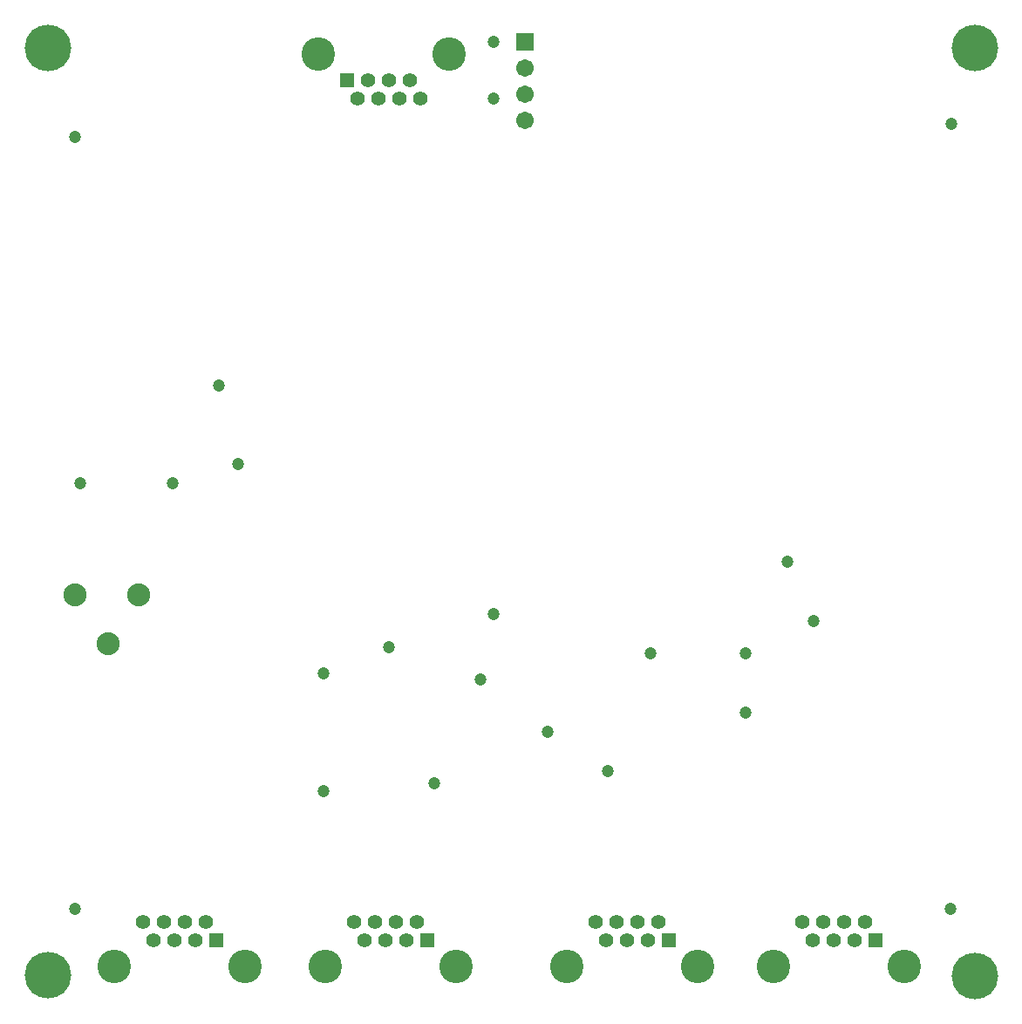
<source format=gbs>
G04*
G04 #@! TF.GenerationSoftware,Altium Limited,Altium Designer,23.7.1 (13)*
G04*
G04 Layer_Color=16711935*
%FSLAX44Y44*%
%MOMM*%
G71*
G04*
G04 #@! TF.SameCoordinates,0BEFCA26-5C96-4926-A50D-4D7A3FA2ED98*
G04*
G04*
G04 #@! TF.FilePolarity,Negative*
G04*
G01*
G75*
%ADD59R,1.7032X1.7032*%
%ADD60C,1.7032*%
%ADD61C,1.3900*%
%ADD62R,1.3900X1.3900*%
%ADD63C,3.2500*%
%ADD64C,2.2352*%
%ADD66C,1.2032*%
%ADD74C,4.5212*%
D59*
X513080Y956033D02*
D03*
D60*
Y930634D02*
D03*
Y905234D02*
D03*
Y879834D02*
D03*
D61*
X411480Y900430D02*
D03*
X401320Y918210D02*
D03*
X391160Y900430D02*
D03*
X381000Y918210D02*
D03*
X370840Y900430D02*
D03*
X360680Y918210D02*
D03*
X350520Y900430D02*
D03*
X843280Y101600D02*
D03*
X833120Y83820D02*
D03*
X822960Y101600D02*
D03*
X812800Y83820D02*
D03*
X802640Y101600D02*
D03*
X792480Y83820D02*
D03*
X782320Y101600D02*
D03*
X642620D02*
D03*
X632460Y83820D02*
D03*
X622300Y101600D02*
D03*
X612140Y83820D02*
D03*
X601980Y101600D02*
D03*
X591820Y83820D02*
D03*
X581660Y101600D02*
D03*
X408250D02*
D03*
X398090Y83820D02*
D03*
X387930Y101600D02*
D03*
X377770Y83820D02*
D03*
X367610Y101600D02*
D03*
X357450Y83820D02*
D03*
X347290Y101600D02*
D03*
X203200D02*
D03*
X193040Y83820D02*
D03*
X182880Y101600D02*
D03*
X172720Y83820D02*
D03*
X162560Y101600D02*
D03*
X152400Y83820D02*
D03*
X142240Y101600D02*
D03*
D62*
X340360Y918210D02*
D03*
X853440Y83820D02*
D03*
X652780D02*
D03*
X418410D02*
D03*
X213360D02*
D03*
D63*
X312420Y943610D02*
D03*
X439420D02*
D03*
X754380Y58420D02*
D03*
X881380D02*
D03*
X553720D02*
D03*
X680720D02*
D03*
X319350D02*
D03*
X446350D02*
D03*
X114300D02*
D03*
X241300D02*
D03*
D64*
X138697Y419100D02*
D03*
X76200Y419100D02*
D03*
X108699Y371602D02*
D03*
D66*
X482600Y955244D02*
D03*
Y900430D02*
D03*
X81280Y527050D02*
D03*
X171450D02*
D03*
X926410Y114300D02*
D03*
X76200D02*
D03*
Y863600D02*
D03*
X927317Y876300D02*
D03*
X768350Y450850D02*
D03*
X793750Y393700D02*
D03*
X728004Y361950D02*
D03*
X635000D02*
D03*
X728004Y304800D02*
D03*
X593640Y247650D02*
D03*
X535470Y285750D02*
D03*
X482600Y400050D02*
D03*
X469900Y336550D02*
D03*
X381000Y368300D02*
D03*
X317500Y342900D02*
D03*
X425504Y235582D02*
D03*
X317500Y228600D02*
D03*
X215900Y622300D02*
D03*
X234950Y546100D02*
D03*
D74*
X50000Y950000D02*
D03*
X950000D02*
D03*
X50000Y50000D02*
D03*
X950000Y48575D02*
D03*
M02*

</source>
